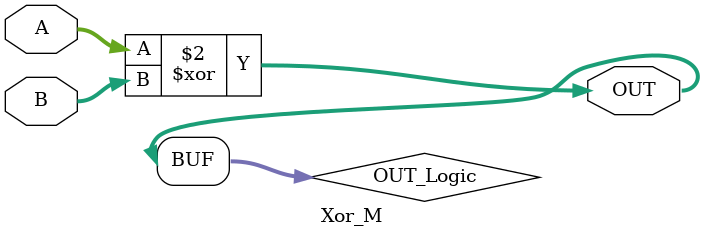
<source format=sv>

module Xor_M
#(
	parameter INBits=32
)
(
	//Input
	input [INBits-1:0] A,
	input [INBits-1:0]B,
	
	//Output
	output [INBits-1:0]OUT

);

logic [INBits-1:0]OUT_Logic;

 always_comb
 begin
	OUT_Logic = A^B;
 end
 
 assign OUT = OUT_Logic;

endmodule

</source>
